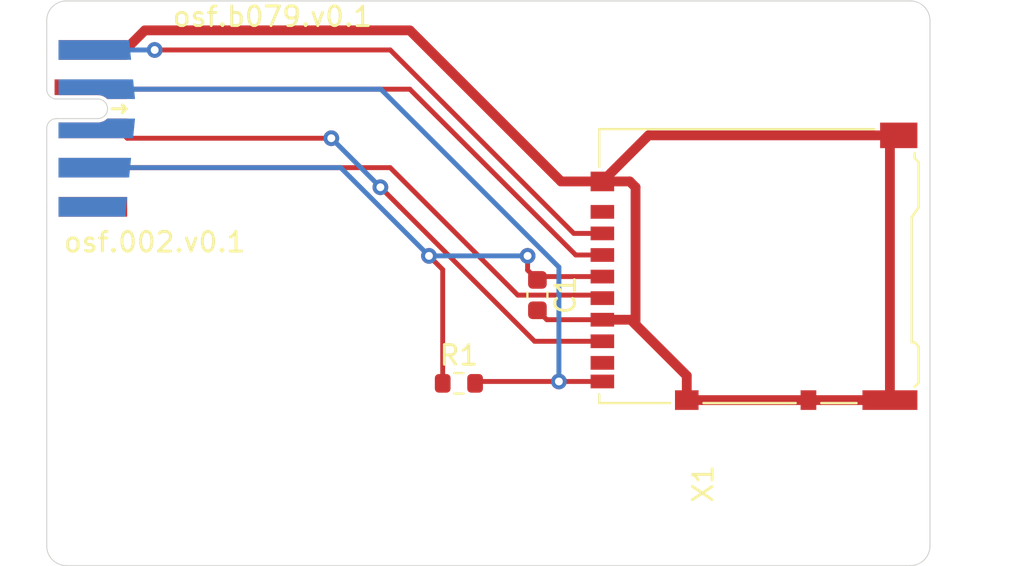
<source format=kicad_pcb>
(kicad_pcb (version 20211014) (generator pcbnew)
  (layers (0 "F.Cu" signal) (31 "B.Cu" signal) (34 "B.Paste" user) (35 "F.Paste" user) (36 "B.SilkS" user "B.Silkscreen") (37 "F.SilkS" user "F.Silkscreen") (38 "B.Mask" user) (39 "F.Mask" user) (44 "Edge.Cuts" user))
  (net 0 "")
  (net 1 "GND")
  (net 2 "Net-(C1-Pad1)")
  (net 3 "Net-(J1-Pad6)")
  (net 4 "Net-(J1-Pad3)")
  (net 5 "Net-(J1-Pad4)")
  (net 6 "Net-(J1-Pad2)")
  (net 7 "Net-(J1-Pad7)")
  (footprint "Resistor_SMD:R_0603_1608Metric" (layer "F.Cu") (at 151 103.5)
    (fp_text reference "R1" (at 0 -1.43) (layer "F.SilkS"))
    (fp_text value "4.7k")
    (fp_line (start -0.237258 -0.5225) (end 0.237258 -0.5225) (layer "F.SilkS") (width 0.12))
    (fp_line (start -0.237258 0.5225) (end 0.237258 0.5225) (layer "F.SilkS") (width 0.12))
    (pad "1" smd roundrect locked (at -0.825 0) (size 0.8 0.95) (layers "F.Cu" "F.Paste" "F.Mask") (net 2 "Net-(C1-Pad1)"))
    (pad "2" smd roundrect locked (at 0.825 0) (size 0.8 0.95) (layers "F.Cu" "F.Paste" "F.Mask") (net 7 "Net-(J1-Pad7)"))
  )
  (footprint "parts:microSD_HC_Hirose_DM3AT-SF-PEJM5" (layer "F.Cu") (at 166.56 97.535 90)
    (fp_text reference "X1" (at -11.085 -3.115 90 unlocked) (layer "F.SilkS"))
    (fp_text value "DM3AT-SF-PEJM5")
    (fp_line (start -5.94 7.86) (end -6.14 7.66) (layer "F.SilkS") (width 0.12))
    (fp_line (start 5.32 7.86) (end 5.52 7.66) (layer "F.SilkS") (width 0.12))
    (fp_line (start -6.97 -3.1) (end -6.97 1.6) (layer "F.SilkS") (width 0.12))
    (fp_line (start 7 -8.41) (end 7 5.6) (layer "F.SilkS") (width 0.12))
    (fp_line (start -3.87 7.51) (end -3.87 7.66) (layer "F.SilkS") (width 0.12))
    (fp_line (start -5.94 7.86) (end -4.08 7.86) (layer "F.SilkS") (width 0.12))
    (fp_line (start -6.97 -8.41) (end -6.97 -4.8) (layer "F.SilkS") (width 0.12))
    (fp_line (start -6.52 -8.41) (end -6.97 -8.41) (layer "F.SilkS") (width 0.12))
    (fp_line (start 3.01 7.86) (end 2.5 7.51) (layer "F.SilkS") (width 0.12))
    (fp_line (start -4.08 7.86) (end -3.87 7.66) (layer "F.SilkS") (width 0.12))
    (fp_line (start -3.87 7.51) (end 2.5 7.51) (layer "F.SilkS") (width 0.12))
    (fp_line (start 5.52 7.66) (end 5.78 7.66) (layer "F.SilkS") (width 0.12))
    (fp_line (start 5.08 -8.41) (end 7 -8.41) (layer "F.SilkS") (width 0.12))
    (fp_line (start -6.97 2.9) (end -6.97 4.7) (layer "F.SilkS") (width 0.12))
    (fp_line (start 5.32 7.86) (end 3.01 7.86) (layer "F.SilkS") (width 0.12))
    (pad "1" smd rect (at 2.78 -8.25 90) (size 0.7 1.2) (layers "F.Cu" "F.Paste" "F.Mask"))
    (pad "2" smd rect (at 1.68 -8.25 90) (size 0.7 1.2) (layers "F.Cu" "F.Paste" "F.Mask") (net 3 "Net-(J1-Pad6)"))
    (pad "3" smd rect (at 0.58 -8.25 90) (size 0.7 1.2) (layers "F.Cu" "F.Paste" "F.Mask") (net 6 "Net-(J1-Pad2)"))
    (pad "4" smd rect (at -0.52 -8.25 90) (size 0.7 1.2) (layers "F.Cu" "F.Paste" "F.Mask") (net 2 "Net-(C1-Pad1)"))
    (pad "5" smd rect (at -1.62 -8.25 90) (size 0.7 1.2) (layers "F.Cu" "F.Paste" "F.Mask") (net 5 "Net-(J1-Pad4)"))
    (pad "6" smd rect (at -2.72 -8.25 90) (size 0.7 1.2) (layers "F.Cu" "F.Paste" "F.Mask") (net 1 "GND"))
    (pad "7" smd rect (at -3.82 -8.25 90) (size 0.7 1.2) (layers "F.Cu" "F.Paste" "F.Mask") (net 4 "Net-(J1-Pad3)"))
    (pad "8" smd rect (at -4.92 -8.25 90) (size 0.7 1.2) (layers "F.Cu" "F.Paste" "F.Mask"))
    (pad "9" smd rect (at -5.87 -8.25 90) (size 0.7 1.2) (layers "F.Cu" "F.Paste" "F.Mask") (net 7 "Net-(J1-Pad7)"))
    (pad "10" smd rect (at -6.82 2.25 90) (size 1 0.8) (layers "F.Cu" "F.Paste" "F.Mask") (net 1 "GND"))
    (pad "11" smd rect (at 4.33 -8.25 90) (size 1 1.2) (layers "F.Cu" "F.Paste" "F.Mask") (net 1 "GND"))
    (pad "11" smd rect (at -6.82 -3.95 90) (size 1 1.2) (layers "F.Cu" "F.Paste" "F.Mask") (net 1 "GND"))
    (pad "11" smd rect (at 6.68 6.85 90) (size 1.3 1.9) (layers "F.Cu" "F.Paste" "F.Mask") (net 1 "GND"))
    (pad "11" smd rect (at -6.82 6.4 90) (size 1 2.8) (layers "F.Cu" "F.Paste" "F.Mask") (net 1 "GND"))
  )
  (footprint "on_edge:on_edge_2x05_device" (layer "F.Cu") (at 130 90.5 -90)
    (fp_text reference "J1")
    (fp_text value "002_SPI")
    (fp_line (start -1 -4.05) (end -1 -3.323) (layer "F.SilkS") (width 0.153))
    (fp_line (start -1.2 -3.85) (end -1 -4.05) (layer "F.SilkS") (width 0.153))
    (fp_line (start -1 -4.05) (end -0.8 -3.85) (layer "F.SilkS") (width 0.153))
    (fp_line (start -0.5 -0.5) (end -0.5 -2.6) (layer "Edge.Cuts") (width 0.05))
    (fp_line (start -1.5 -2.6) (end -1.5 -0.5) (layer "Edge.Cuts") (width 0.05))
    (fp_line (start -4 0) (end -2 0) (layer "Edge.Cuts") (width 0.05))
    (fp_line (start 0 0) (end 4 0) (layer "Edge.Cuts") (width 0.05))
    (fp_arc (start 0 0) (mid -0.353553 -0.146447) (end -0.5 -0.5) (layer "Edge.Cuts") (width 0.05))
    (fp_arc (start -1.5 -2.6) (mid -1 -3.1) (end -0.5 -2.6) (layer "Edge.Cuts") (width 0.05))
    (fp_arc (start -1.5 -0.5) (mid -1.646447 -0.146447) (end -2 0) (layer "Edge.Cuts") (width 0.05))
    (pad "1" smd rect locked (at -4 -2.35 90) (size 1 3.5) (layers "F.Cu" "F.Mask") (net 1 "GND"))
    (pad "2" smd custom locked (at -2 -3.6 270) (size 1 1) (layers "F.Cu" "F.Mask") (net 6 "Net-(J1-Pad2)") (options (clearance outline) (anchor rect)) (primitives (gr_poly (pts (xy 0.5 0.52) (xy 0.48 0.54) (xy 0.44 0.59) (xy 0.4 0.65) (xy 0.37 0.7) (xy 0.35 0.75) (xy 0.33 0.81) (xy 0.31 0.89) (xy 0.3 1) (xy 0.3 3.2) (xy -0.5 3.2) (xy -0.5 -0.5) (xy 0.5 -0.5)) (width 0) (fill yes))))
    (pad "3" smd custom locked (at 0 -3.6 270) (size 1 1) (layers "F.Cu" "F.Mask") (net 4 "Net-(J1-Pad3)") (options (clearance outline) (anchor rect)) (primitives (gr_poly (pts (xy 0.5 3) (xy -0.3 3) (xy -0.3 1) (xy -0.31 0.89) (xy -0.33 0.81) (xy -0.35 0.75) (xy -0.37 0.7) (xy -0.4 0.65) (xy -0.44 0.59) (xy -0.48 0.54) (xy -0.5 0.52) (xy -0.5 -0.5) (xy 0.5 -0.5)) (width 0) (fill yes))))
    (pad "4" smd rect locked (at 2 -2.35 90) (size 1 3.5) (layers "F.Cu" "F.Mask") (net 5 "Net-(J1-Pad4)"))
    (pad "5" smd rect locked (at 4 -2.35 90) (size 1 3.5) (layers "F.Cu" "F.Mask"))
    (pad "6" smd custom locked (at -4 -2.4 270) (size 1 3.6) (layers "B.Cu" "B.Mask") (net 3 "Net-(J1-Pad6)") (options (clearance outline) (anchor rect)) (primitives (gr_poly (pts (xy 0.5 -1.8) (xy -0.5 -1.8) (xy 0.5 -1.9)) (width 0) (fill yes))))
    (pad "7" smd custom locked (at -2 -2.1 270) (size 0.4 0.4) (layers "B.Cu" "B.Mask") (net 7 "Net-(J1-Pad7)") (options (clearance outline) (anchor rect)) (primitives (gr_poly (pts (xy 0.5 -0.99) (xy 0.48 -0.97) (xy 0.44 -0.92) (xy 0.4 -0.86) (xy 0.37 -0.81) (xy 0.35 -0.76) (xy 0.33 -0.7) (xy 0.31 -0.62) (xy 0.3 -0.51) (xy 0.3 1.5) (xy -0.5 1.5) (xy -0.5 -2.3) (xy 0.5 -2.4)) (width 0) (fill yes))))
    (pad "8" smd custom locked (at 0 -2.1 270) (size 0.4 0.4) (layers "B.Cu" "B.Mask") (options (clearance outline) (anchor rect)) (primitives (gr_poly (pts (xy 0.5 -2.3) (xy 0.5 1.5) (xy -0.3 1.5) (xy -0.3 -0.51) (xy -0.31 -0.62) (xy -0.33 -0.7) (xy -0.35 -0.76) (xy -0.37 -0.81) (xy -0.4 -0.86) (xy -0.44 -0.92) (xy -0.48 -0.97) (xy -0.5 -0.99) (xy -0.5 -2.4)) (width 0) (fill yes))))
    (pad "9" smd custom locked (at 2 -2.4 270) (size 1 3.6) (layers "B.Cu" "B.Mask") (net 2 "Net-(C1-Pad1)") (options (clearance outline) (anchor rect)) (primitives (gr_poly (pts (xy 0.5 -1.8) (xy -0.5 -1.8) (xy -0.5 -1.9)) (width 0) (fill yes))))
    (pad "10" smd custom locked (at 4 -2.3 270) (size 1 3.4) (layers "B.Cu" "B.Mask") (options (clearance outline) (anchor rect)) (primitives (gr_poly (pts (xy 0.5 -1.7) (xy -0.5 -1.7) (xy -0.5 -1.8)) (width 0) (fill yes))))
  )
  (footprint "Capacitor_SMD:C_0603_1608Metric" (layer "F.Cu") (at 155 99 -90)
    (fp_text reference "C1" (at 0 -1.43 90) (layer "F.SilkS"))
    (fp_text value "100nF")
    (fp_line (start -0.14058 -0.51) (end 0.14058 -0.51) (layer "F.SilkS") (width 0.12))
    (fp_line (start -0.14058 0.51) (end 0.14058 0.51) (layer "F.SilkS") (width 0.12))
    (pad "1" smd roundrect locked (at -0.775 0 270) (size 0.9 0.95) (layers "F.Cu" "F.Paste" "F.Mask") (net 2 "Net-(C1-Pad1)"))
    (pad "2" smd roundrect locked (at 0.775 0 270) (size 0.9 0.95) (layers "F.Cu" "F.Paste" "F.Mask") (net 1 "GND"))
  )
  (gr_line (start 130 86.5) (end 130 85) (layer "Edge.Cuts") (width 0.05))
  (gr_line (start 175 86.5) (end 175 85) (layer "Edge.Cuts") (width 0.05))
  (gr_line (start 174 84) (end 150 84) (layer "Edge.Cuts") (width 0.05))
  (gr_line (start 174.999999 111.792893) (end 175 86.5) (layer "Edge.Cuts") (width 0.05))
  (gr_line (start 173.999999 112.792893) (end 131 112.792893) (layer "Edge.Cuts") (width 0.05))
  (gr_arc (start 130 85) (mid 130.292881 84.292881) (end 131 84) (layer "Edge.Cuts") (width 0.05))
  (gr_line (start 131 84) (end 150 84) (layer "Edge.Cuts") (width 0.05))
  (gr_arc (start 174 84) (mid 174.707107 84.292893) (end 175 85) (layer "Edge.Cuts") (width 0.05))
  (gr_line (start 130 111.792893) (end 130 94.5) (layer "Edge.Cuts") (width 0.05))
  (gr_arc (start 174.999999 111.792893) (mid 174.707106 112.5) (end 173.999999 112.792893) (layer "Edge.Cuts") (width 0.05))
  (gr_arc (start 131 112.792893) (mid 130.292893 112.5) (end 130 111.792893) (layer "Edge.Cuts") (width 0.05))
  (gr_text "osf.b079.v0.1" (at 141.5 84.8) (layer "F.SilkS") (effects (font (size 1 1))))
  (gr_text "osf.002.v0.1" (at 135.5 96.3) (layer "F.SilkS") (effects (font (size 1 1))))
  (segment (start 162.61 104.355) (end 168.81 104.355) (width 0.5) (layer "F.Cu") (net 1))
  (segment (start 158.31 93.205) (end 159.705 93.205) (width 0.5) (layer "F.Cu") (net 1))
  (segment (start 159.705 93.205) (end 160 93.5) (width 0.5) (layer "F.Cu") (net 1))
  (segment (start 160 100.5) (end 162.61 103.11) (width 0.5) (layer "F.Cu") (net 1))
  (segment (start 155.48 100.255) (end 158.31 100.255) (width 0.25) (layer "F.Cu") (net 1))
  (segment (start 168.81 104.355) (end 172.96 104.355) (width 0.5) (layer "F.Cu") (net 1))
  (segment (start 148.5 85.5) (end 156.205 93.205) (width 0.5) (layer "F.Cu") (net 1))
  (segment (start 172.96 91.305) (end 173.41 90.855) (width 0.5) (layer "F.Cu") (net 1))
  (segment (start 155.48 100.255) (end 155 99.775) (width 0.25) (layer "F.Cu") (net 1))
  (segment (start 134 86.5) (end 135 85.5) (width 0.5) (layer "F.Cu") (net 1))
  (segment (start 160 100.5) (end 159.755 100.255) (width 0.5) (layer "F.Cu") (net 1))
  (segment (start 173.41 90.855) (end 160.66 90.855) (width 0.5) (layer "F.Cu") (net 1))
  (segment (start 135 85.5) (end 148.5 85.5) (width 0.5) (layer "F.Cu") (net 1))
  (segment (start 132.35 86.5) (end 134 86.5) (width 0.5) (layer "F.Cu") (net 1))
  (segment (start 162.61 103.11) (end 162.61 104.355) (width 0.5) (layer "F.Cu") (net 1))
  (segment (start 160.66 90.855) (end 158.31 93.205) (width 0.5) (layer "F.Cu") (net 1))
  (segment (start 159.755 100.255) (end 158.31 100.255) (width 0.5) (layer "F.Cu") (net 1))
  (segment (start 172.96 104.355) (end 172.96 91.305) (width 0.5) (layer "F.Cu") (net 1))
  (segment (start 156.205 93.205) (end 158.31 93.205) (width 0.5) (layer "F.Cu") (net 1))
  (segment (start 160 93.5) (end 160 100.5) (width 0.5) (layer "F.Cu") (net 1))
  (segment (start 154.5 97.725) (end 155 98.225) (width 0.25) (layer "F.Cu") (net 2))
  (segment (start 150.175 103.5) (end 150.175 97.699614) (width 0.25) (layer "F.Cu") (net 2))
  (segment (start 155.17 98.055) (end 155 98.225) (width 0.25) (layer "F.Cu") (net 2))
  (segment (start 158.31 98.055) (end 155.17 98.055) (width 0.25) (layer "F.Cu") (net 2))
  (segment (start 150.175 97.699614) (end 149.475386 97) (width 0.25) (layer "F.Cu") (net 2))
  (segment (start 154.5 97) (end 154.5 97.725) (width 0.25) (layer "F.Cu") (net 2))
  (via (at 149.475386 97) (size 0.8) (drill 0.4) (layers "F.Cu" "B.Cu") (net 2))
  (via (at 154.5 97) (size 0.8) (drill 0.4) (layers "F.Cu" "B.Cu") (net 2))
  (segment (start 144.975386 92.5) (end 149.475386 97) (width 0.25) (layer "B.Cu") (net 2))
  (segment (start 149.475386 97) (end 154.5 97) (width 0.25) (layer "B.Cu") (net 2))
  (segment (start 132.4 92.5) (end 144.975386 92.5) (width 0.25) (layer "B.Cu") (net 2))
  (segment (start 158.31 95.855) (end 156.855 95.855) (width 0.25) (layer "F.Cu") (net 3))
  (segment (start 147.5 86.5) (end 135.5 86.5) (width 0.25) (layer "F.Cu") (net 3))
  (segment (start 156.855 95.855) (end 150.5 89.5) (width 0.25) (layer "F.Cu") (net 3))
  (segment (start 150.5 89.5) (end 147.5 86.5) (width 0.25) (layer "F.Cu") (net 3))
  (via (at 135.5 86.5) (size 0.8) (drill 0.4) (layers "F.Cu" "B.Cu") (net 3))
  (segment (start 135.5 86.5) (end 132.4 86.5) (width 0.25) (layer "B.Cu") (net 3))
  (segment (start 148 94.5) (end 147 93.5) (width 0.25) (layer "F.Cu") (net 4))
  (segment (start 134.1 91) (end 133.6 90.5) (width 0.25) (layer "F.Cu") (net 4))
  (segment (start 158.31 101.355) (end 154.855 101.355) (width 0.25) (layer "F.Cu") (net 4))
  (segment (start 154.855 101.355) (end 148 94.5) (width 0.25) (layer "F.Cu") (net 4))
  (segment (start 144.5 91) (end 134.1 91) (width 0.25) (layer "F.Cu") (net 4))
  (via (at 144.5 91) (size 0.8) (drill 0.4) (layers "F.Cu" "B.Cu") (net 4))
  (via (at 147 93.5) (size 0.8) (drill 0.4) (layers "F.Cu" "B.Cu") (net 4))
  (segment (start 147 93.5) (end 144.5 91) (width 0.25) (layer "B.Cu") (net 4))
  (segment (start 158.15548 99.00048) (end 154.00048 99.00048) (width 0.25) (layer "F.Cu") (net 5))
  (segment (start 147.5 92.5) (end 132.35 92.5) (width 0.25) (layer "F.Cu") (net 5))
  (segment (start 158.31 99.155) (end 158.15548 99.00048) (width 0.25) (layer "F.Cu") (net 5))
  (segment (start 154.00048 99.00048) (end 147.5 92.5) (width 0.25) (layer "F.Cu") (net 5))
  (segment (start 156.955 96.955) (end 148.5 88.5) (width 0.25) (layer "F.Cu") (net 6))
  (segment (start 148.5 88.5) (end 133.6 88.5) (width 0.25) (layer "F.Cu") (net 6))
  (segment (start 158.31 96.955) (end 156.955 96.955) (width 0.25) (layer "F.Cu") (net 6))
  (segment (start 151.92 103.405) (end 156.095 103.405) (width 0.25) (layer "F.Cu") (net 7))
  (segment (start 151.825 103.5) (end 151.92 103.405) (width 0.25) (layer "F.Cu") (net 7))
  (segment (start 156.095 103.405) (end 158.31 103.405) (width 0.25) (layer "F.Cu") (net 7))
  (via (at 156.095 103.405) (size 0.8) (drill 0.4) (layers "F.Cu" "B.Cu") (net 7))
  (segment (start 156.095 97.570386) (end 156.095 103.405) (width 0.25) (layer "B.Cu") (net 7))
  (segment (start 132.1 88.5) (end 147.024614 88.5) (width 0.25) (layer "B.Cu") (net 7))
  (segment (start 147.024614 88.5) (end 156.095 97.570386) (width 0.25) (layer "B.Cu") (net 7))
)
</source>
